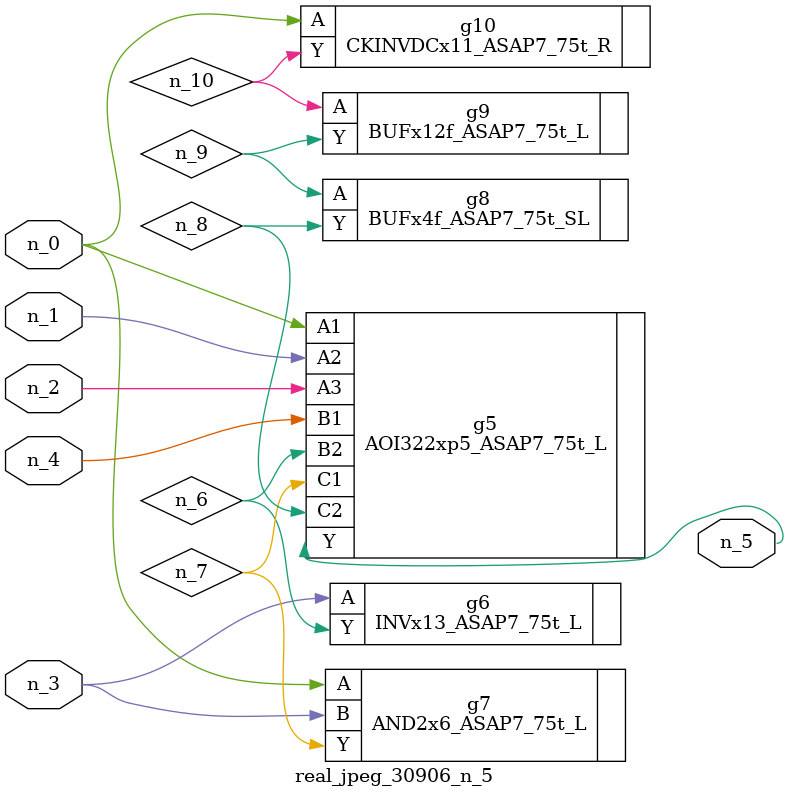
<source format=v>
module real_jpeg_30906_n_5 (n_4, n_0, n_1, n_2, n_3, n_5);

input n_4;
input n_0;
input n_1;
input n_2;
input n_3;

output n_5;

wire n_8;
wire n_6;
wire n_7;
wire n_10;
wire n_9;

AOI322xp5_ASAP7_75t_L g5 ( 
.A1(n_0),
.A2(n_1),
.A3(n_2),
.B1(n_4),
.B2(n_6),
.C1(n_7),
.C2(n_8),
.Y(n_5)
);

AND2x6_ASAP7_75t_L g7 ( 
.A(n_0),
.B(n_3),
.Y(n_7)
);

CKINVDCx11_ASAP7_75t_R g10 ( 
.A(n_0),
.Y(n_10)
);

INVx13_ASAP7_75t_L g6 ( 
.A(n_3),
.Y(n_6)
);

BUFx4f_ASAP7_75t_SL g8 ( 
.A(n_9),
.Y(n_8)
);

BUFx12f_ASAP7_75t_L g9 ( 
.A(n_10),
.Y(n_9)
);


endmodule
</source>
